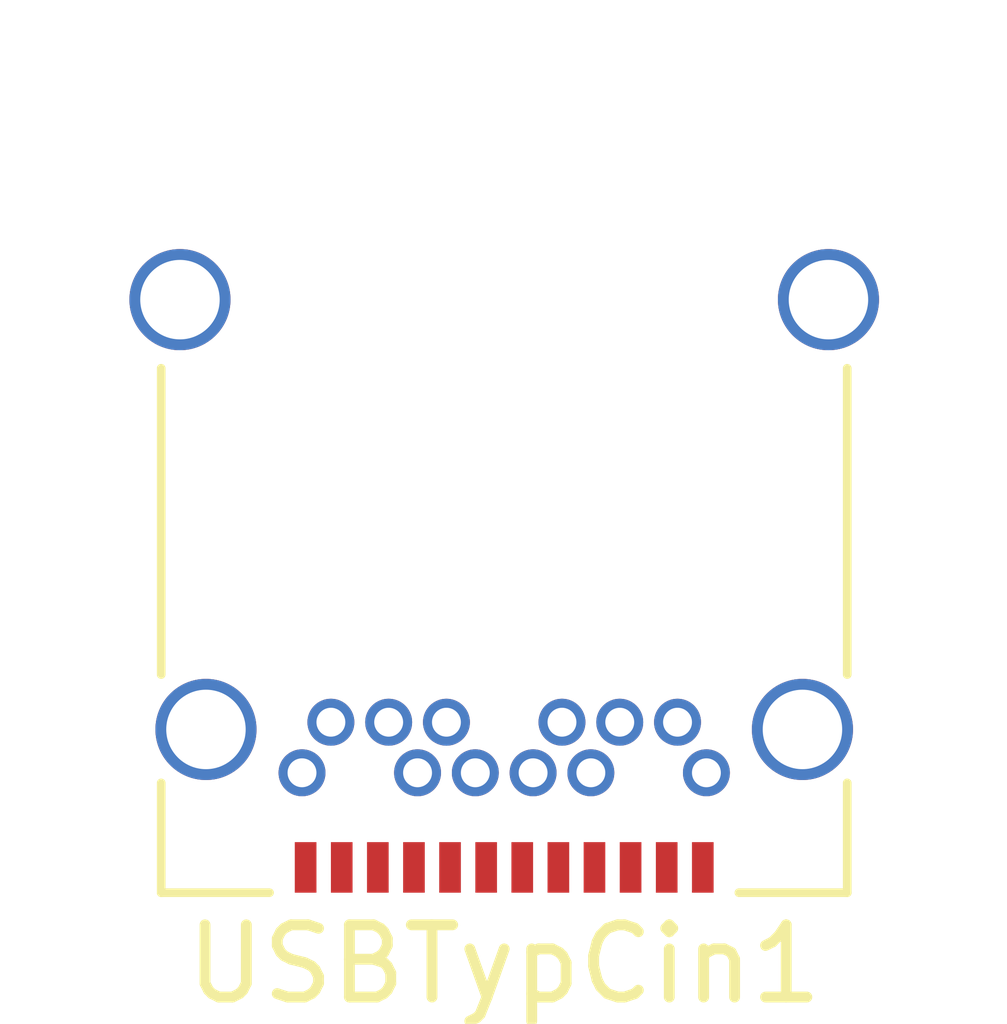
<source format=kicad_pcb>
(kicad_pcb (version 4) (host pcbnew 4.0.7)

  (general
    (links 7)
    (no_connects 7)
    (area 0 0 0 0)
    (thickness 1.6)
    (drawings 0)
    (tracks 0)
    (zones 0)
    (modules 1)
    (nets 22)
  )

  (page A4)
  (layers
    (0 F.Cu signal)
    (31 B.Cu signal)
    (32 B.Adhes user)
    (33 F.Adhes user)
    (34 B.Paste user)
    (35 F.Paste user)
    (36 B.SilkS user)
    (37 F.SilkS user)
    (38 B.Mask user)
    (39 F.Mask user)
    (40 Dwgs.User user)
    (41 Cmts.User user)
    (42 Eco1.User user)
    (43 Eco2.User user)
    (44 Edge.Cuts user)
    (45 Margin user)
    (46 B.CrtYd user)
    (47 F.CrtYd user)
    (48 B.Fab user)
    (49 F.Fab user)
  )

  (setup
    (last_trace_width 0.25)
    (trace_clearance 0.2)
    (zone_clearance 0.508)
    (zone_45_only no)
    (trace_min 0.2)
    (segment_width 0.2)
    (edge_width 0.15)
    (via_size 0.6)
    (via_drill 0.4)
    (via_min_size 0.4)
    (via_min_drill 0.3)
    (uvia_size 0.3)
    (uvia_drill 0.1)
    (uvias_allowed no)
    (uvia_min_size 0.2)
    (uvia_min_drill 0.1)
    (pcb_text_width 0.3)
    (pcb_text_size 1.5 1.5)
    (mod_edge_width 0.15)
    (mod_text_size 1 1)
    (mod_text_width 0.15)
    (pad_size 1.524 1.524)
    (pad_drill 0.762)
    (pad_to_mask_clearance 0.2)
    (aux_axis_origin 0 0)
    (visible_elements FFFFFF7F)
    (pcbplotparams
      (layerselection 0x00030_80000001)
      (usegerberextensions false)
      (excludeedgelayer true)
      (linewidth 0.100000)
      (plotframeref false)
      (viasonmask false)
      (mode 1)
      (useauxorigin false)
      (hpglpennumber 1)
      (hpglpenspeed 20)
      (hpglpendiameter 15)
      (hpglpenoverlay 2)
      (psnegative false)
      (psa4output false)
      (plotreference true)
      (plotvalue true)
      (plotinvisibletext false)
      (padsonsilk false)
      (subtractmaskfromsilk false)
      (outputformat 1)
      (mirror false)
      (drillshape 1)
      (scaleselection 1)
      (outputdirectory ""))
  )

  (net 0 "")
  (net 1 GND)
  (net 2 "Net-(USBTypCin1-PadA2)")
  (net 3 "Net-(USBTypCin1-PadA3)")
  (net 4 "Net-(USBTypCin1-PadA4)")
  (net 5 "Net-(USBTypCin1-PadA5)")
  (net 6 "Net-(USBTypCin1-PadA6)")
  (net 7 "Net-(USBTypCin1-PadA7)")
  (net 8 "Net-(USBTypCin1-PadA10)")
  (net 9 "Net-(USBTypCin1-PadA9)")
  (net 10 "Net-(USBTypCin1-PadA8)")
  (net 11 "Net-(USBTypCin1-PadA11)")
  (net 12 "Net-(USBTypCin1-PadB4)")
  (net 13 "Net-(USBTypCin1-PadB6)")
  (net 14 "Net-(USBTypCin1-PadB7)")
  (net 15 "Net-(USBTypCin1-PadB9)")
  (net 16 "Net-(USBTypCin1-PadB2)")
  (net 17 "Net-(USBTypCin1-PadB3)")
  (net 18 "Net-(USBTypCin1-PadB5)")
  (net 19 "Net-(USBTypCin1-PadB8)")
  (net 20 "Net-(USBTypCin1-PadB10)")
  (net 21 "Net-(USBTypCin1-PadB11)")

  (net_class Default "Dies ist die voreingestellte Netzklasse."
    (clearance 0.2)
    (trace_width 0.25)
    (via_dia 0.6)
    (via_drill 0.4)
    (uvia_dia 0.3)
    (uvia_drill 0.1)
    (add_net GND)
    (add_net "Net-(USBTypCin1-PadA10)")
    (add_net "Net-(USBTypCin1-PadA11)")
    (add_net "Net-(USBTypCin1-PadA2)")
    (add_net "Net-(USBTypCin1-PadA3)")
    (add_net "Net-(USBTypCin1-PadA4)")
    (add_net "Net-(USBTypCin1-PadA5)")
    (add_net "Net-(USBTypCin1-PadA6)")
    (add_net "Net-(USBTypCin1-PadA7)")
    (add_net "Net-(USBTypCin1-PadA8)")
    (add_net "Net-(USBTypCin1-PadA9)")
    (add_net "Net-(USBTypCin1-PadB10)")
    (add_net "Net-(USBTypCin1-PadB11)")
    (add_net "Net-(USBTypCin1-PadB2)")
    (add_net "Net-(USBTypCin1-PadB3)")
    (add_net "Net-(USBTypCin1-PadB4)")
    (add_net "Net-(USBTypCin1-PadB5)")
    (add_net "Net-(USBTypCin1-PadB6)")
    (add_net "Net-(USBTypCin1-PadB7)")
    (add_net "Net-(USBTypCin1-PadB8)")
    (add_net "Net-(USBTypCin1-PadB9)")
  )

  (module Connectors_USB:USB_C_Receptacle_Amphenol_12401548E4-2A_CircularHoles (layer F.Cu) (tedit 59877CC7) (tstamp 5B141764)
    (at 25.3111 18.6436 180)
    (descr "USB TYPE C, RA RCPT PCB, Hybrid, https://www.amphenolcanada.com/StockAvailabilityPrice.aspx?From=&PartNum=12401548E4%7e2A")
    (tags "USB C Type-C Receptacle Hybrid")
    (path /5B141445)
    (attr smd)
    (fp_text reference USBTypCin1 (at 0 -6.36 180) (layer F.SilkS)
      (effects (font (size 1 1) (thickness 0.15)))
    )
    (fp_text value USB_C_Receptacle (at 0 6.14 180) (layer F.Fab)
      (effects (font (size 1 1) (thickness 0.15)))
    )
    (fp_text user %R (at 0 0 180) (layer F.Fab)
      (effects (font (size 1 1) (thickness 0.1)))
    )
    (fp_line (start -5.69 5.73) (end -5.69 -5.87) (layer F.CrtYd) (width 0.05))
    (fp_line (start 5.69 5.73) (end -5.69 5.73) (layer F.CrtYd) (width 0.05))
    (fp_line (start 5.69 -5.87) (end 5.69 5.73) (layer F.CrtYd) (width 0.05))
    (fp_line (start -5.69 -5.87) (end 5.69 -5.87) (layer F.CrtYd) (width 0.05))
    (fp_line (start 4.6 5.23) (end 4.6 -5.22) (layer F.Fab) (width 0.1))
    (fp_line (start -4.6 5.23) (end 4.6 5.23) (layer F.Fab) (width 0.1))
    (fp_line (start 3.25 -5.37) (end 4.75 -5.37) (layer F.SilkS) (width 0.12))
    (fp_line (start 4.75 -5.37) (end 4.75 -3.85) (layer F.SilkS) (width 0.12))
    (fp_line (start -4.75 -2.35) (end -4.75 1.89) (layer F.SilkS) (width 0.12))
    (fp_line (start -4.75 -5.37) (end -3.25 -5.37) (layer F.SilkS) (width 0.12))
    (fp_line (start -4.6 -5.22) (end 4.6 -5.22) (layer F.Fab) (width 0.1))
    (fp_line (start -4.6 5.23) (end -4.6 -5.22) (layer F.Fab) (width 0.1))
    (fp_line (start 4.75 -2.35) (end 4.75 1.89) (layer F.SilkS) (width 0.12))
    (fp_line (start -4.75 -5.37) (end -4.75 -3.85) (layer F.SilkS) (width 0.12))
    (pad S1 thru_hole circle (at -4.13 -3.11 180) (size 1.4 1.4) (drill 1.1) (layers *.Cu *.Mask)
      (net 1 GND))
    (pad A1 smd rect (at -2.75 -5.02 180) (size 0.3 0.7) (layers F.Cu F.Paste F.Mask)
      (net 1 GND))
    (pad A2 smd rect (at -2.25 -5.02 180) (size 0.3 0.7) (layers F.Cu F.Paste F.Mask)
      (net 2 "Net-(USBTypCin1-PadA2)"))
    (pad A3 smd rect (at -1.75 -5.02 180) (size 0.3 0.7) (layers F.Cu F.Paste F.Mask)
      (net 3 "Net-(USBTypCin1-PadA3)"))
    (pad A4 smd rect (at -1.25 -5.02 180) (size 0.3 0.7) (layers F.Cu F.Paste F.Mask)
      (net 4 "Net-(USBTypCin1-PadA4)"))
    (pad A5 smd rect (at -0.75 -5.02 180) (size 0.3 0.7) (layers F.Cu F.Paste F.Mask)
      (net 5 "Net-(USBTypCin1-PadA5)"))
    (pad A6 smd rect (at -0.25 -5.02 180) (size 0.3 0.7) (layers F.Cu F.Paste F.Mask)
      (net 6 "Net-(USBTypCin1-PadA6)"))
    (pad A7 smd rect (at 0.25 -5.02 180) (size 0.3 0.7) (layers F.Cu F.Paste F.Mask)
      (net 7 "Net-(USBTypCin1-PadA7)"))
    (pad A12 smd rect (at 2.75 -5.02 180) (size 0.3 0.7) (layers F.Cu F.Paste F.Mask)
      (net 1 GND))
    (pad A10 smd rect (at 1.75 -5.02 180) (size 0.3 0.7) (layers F.Cu F.Paste F.Mask)
      (net 8 "Net-(USBTypCin1-PadA10)"))
    (pad A9 smd rect (at 1.25 -5.02 180) (size 0.3 0.7) (layers F.Cu F.Paste F.Mask)
      (net 9 "Net-(USBTypCin1-PadA9)"))
    (pad A8 smd rect (at 0.75 -5.02 180) (size 0.3 0.7) (layers F.Cu F.Paste F.Mask)
      (net 10 "Net-(USBTypCin1-PadA8)"))
    (pad A11 smd rect (at 2.25 -5.02 180) (size 0.3 0.7) (layers F.Cu F.Paste F.Mask)
      (net 11 "Net-(USBTypCin1-PadA11)"))
    (pad S1 thru_hole circle (at 4.13 -3.11 180) (size 1.4 1.4) (drill 1.1) (layers *.Cu *.Mask)
      (net 1 GND))
    (pad S1 thru_hole circle (at 4.49 2.84 180) (size 1.4 1.4) (drill 1.1) (layers *.Cu *.Mask)
      (net 1 GND))
    (pad S1 thru_hole circle (at -4.49 2.84 180) (size 1.4 1.4) (drill 1.1) (layers *.Cu *.Mask)
      (net 1 GND))
    (pad "" np_thru_hole circle (at 3.6 -4.36 180) (size 0.95 0.95) (drill 0.95) (layers *.Cu *.Mask))
    (pad "" np_thru_hole circle (at -3.6 -4.36 180) (size 0.65 0.65) (drill 0.65) (layers *.Cu *.Mask))
    (pad B1 thru_hole circle (at 2.8 -3.71 180) (size 0.65 0.65) (drill 0.4) (layers *.Cu *.Mask)
      (net 1 GND))
    (pad B4 thru_hole circle (at 1.2 -3.71 180) (size 0.65 0.65) (drill 0.4) (layers *.Cu *.Mask)
      (net 12 "Net-(USBTypCin1-PadB4)"))
    (pad B6 thru_hole circle (at 0.4 -3.71 180) (size 0.65 0.65) (drill 0.4) (layers *.Cu *.Mask)
      (net 13 "Net-(USBTypCin1-PadB6)"))
    (pad B7 thru_hole circle (at -0.4 -3.71 180) (size 0.65 0.65) (drill 0.4) (layers *.Cu *.Mask)
      (net 14 "Net-(USBTypCin1-PadB7)"))
    (pad B9 thru_hole circle (at -1.2 -3.71 180) (size 0.65 0.65) (drill 0.4) (layers *.Cu *.Mask)
      (net 15 "Net-(USBTypCin1-PadB9)"))
    (pad B12 thru_hole circle (at -2.8 -3.71 180) (size 0.65 0.65) (drill 0.4) (layers *.Cu *.Mask)
      (net 1 GND))
    (pad B2 thru_hole circle (at 2.4 -3.01 180) (size 0.65 0.65) (drill 0.4) (layers *.Cu *.Mask)
      (net 16 "Net-(USBTypCin1-PadB2)"))
    (pad B3 thru_hole circle (at 1.6 -3.01 180) (size 0.65 0.65) (drill 0.4) (layers *.Cu *.Mask)
      (net 17 "Net-(USBTypCin1-PadB3)"))
    (pad B5 thru_hole circle (at 0.8 -3.01 180) (size 0.65 0.65) (drill 0.4) (layers *.Cu *.Mask)
      (net 18 "Net-(USBTypCin1-PadB5)"))
    (pad B8 thru_hole circle (at -0.8 -3.01 180) (size 0.65 0.65) (drill 0.4) (layers *.Cu *.Mask)
      (net 19 "Net-(USBTypCin1-PadB8)"))
    (pad B10 thru_hole circle (at -1.6 -3.01 180) (size 0.65 0.65) (drill 0.4) (layers *.Cu *.Mask)
      (net 20 "Net-(USBTypCin1-PadB10)"))
    (pad B11 thru_hole circle (at -2.4 -3.01 180) (size 0.65 0.65) (drill 0.4) (layers *.Cu *.Mask)
      (net 21 "Net-(USBTypCin1-PadB11)"))
    (model ${KISYS3DMOD}/Connectors_USB.3dshapes/USB_C_Receptacle_Amphenol_12401548E4-2A.wrl
      (at (xyz 0 0 0))
      (scale (xyz 1 1 1))
      (rotate (xyz 0 0 0))
    )
  )

)

</source>
